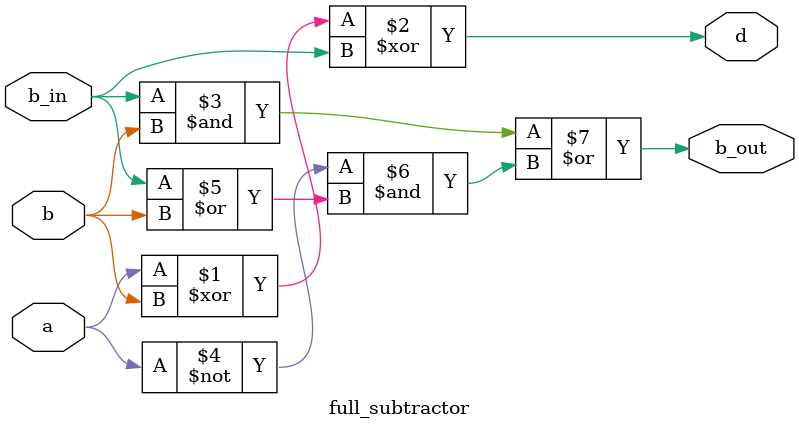
<source format=v>

module full_subtractor(output d,b_out, input a,b,b_in);
  assign d=a^b^b_in;
  assign b_out= (b_in&b) | (~a&(b_in|b));
endmodule

</source>
